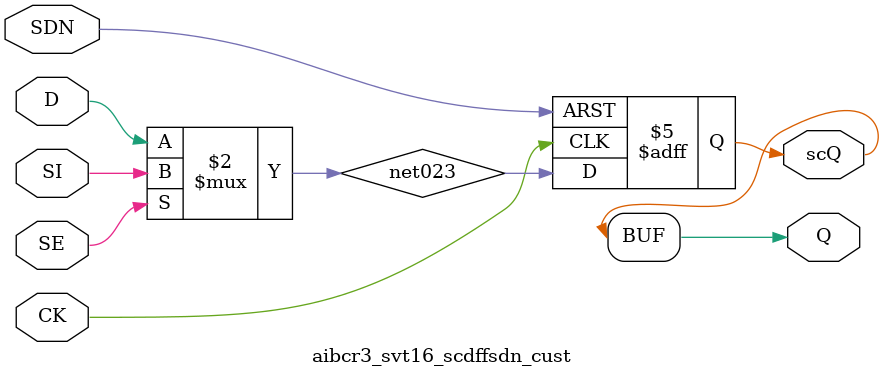
<source format=v>

module aibcr3_svt16_scdffsdn_cust ( Q, scQ, CK, 
     D, SDN, SE, SI );

output  Q, scQ;

input  SDN, CK, D, SE, SI;

wire Q, net023, se_n, SI, D;
reg  scQ;

assign se_n = !SE;
assign Q = scQ;
assign net023 = se_n ? D : SI;

always@(posedge CK or negedge SDN) begin
        if (!SDN) begin
                scQ <= 1'b1;
        end
        else begin
                scQ <= net023;
        end
end

endmodule


</source>
